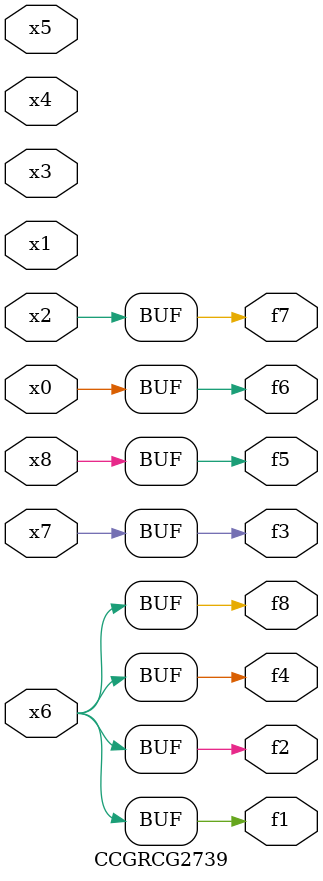
<source format=v>
module CCGRCG2739(
	input x0, x1, x2, x3, x4, x5, x6, x7, x8,
	output f1, f2, f3, f4, f5, f6, f7, f8
);
	assign f1 = x6;
	assign f2 = x6;
	assign f3 = x7;
	assign f4 = x6;
	assign f5 = x8;
	assign f6 = x0;
	assign f7 = x2;
	assign f8 = x6;
endmodule

</source>
